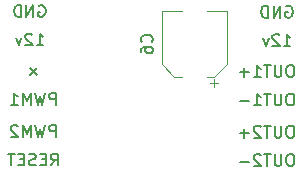
<source format=gbr>
%TF.GenerationSoftware,KiCad,Pcbnew,(6.0.7)*%
%TF.CreationDate,2023-04-08T21:33:57+09:00*%
%TF.ProjectId,motordriver,6d6f746f-7264-4726-9976-65722e6b6963,rev?*%
%TF.SameCoordinates,Original*%
%TF.FileFunction,Legend,Bot*%
%TF.FilePolarity,Positive*%
%FSLAX46Y46*%
G04 Gerber Fmt 4.6, Leading zero omitted, Abs format (unit mm)*
G04 Created by KiCad (PCBNEW (6.0.7)) date 2023-04-08 21:33:57*
%MOMM*%
%LPD*%
G01*
G04 APERTURE LIST*
%ADD10C,0.150000*%
%ADD11C,0.120000*%
G04 APERTURE END LIST*
D10*
X154612004Y-92058200D02*
X154707242Y-92010580D01*
X154850100Y-92010580D01*
X154992957Y-92058200D01*
X155088195Y-92153438D01*
X155135814Y-92248676D01*
X155183433Y-92439152D01*
X155183433Y-92582009D01*
X155135814Y-92772485D01*
X155088195Y-92867723D01*
X154992957Y-92962961D01*
X154850100Y-93010580D01*
X154754861Y-93010580D01*
X154612004Y-92962961D01*
X154564385Y-92915342D01*
X154564385Y-92582009D01*
X154754861Y-92582009D01*
X154135814Y-93010580D02*
X154135814Y-92010580D01*
X153564385Y-93010580D01*
X153564385Y-92010580D01*
X153088195Y-93010580D02*
X153088195Y-92010580D01*
X152850100Y-92010580D01*
X152707242Y-92058200D01*
X152612004Y-92153438D01*
X152564385Y-92248676D01*
X152516766Y-92439152D01*
X152516766Y-92582009D01*
X152564385Y-92772485D01*
X152612004Y-92867723D01*
X152707242Y-92962961D01*
X152850100Y-93010580D01*
X153088195Y-93010580D01*
X155081738Y-97039780D02*
X154891261Y-97039780D01*
X154796023Y-97087400D01*
X154700785Y-97182638D01*
X154653166Y-97373114D01*
X154653166Y-97706447D01*
X154700785Y-97896923D01*
X154796023Y-97992161D01*
X154891261Y-98039780D01*
X155081738Y-98039780D01*
X155176976Y-97992161D01*
X155272214Y-97896923D01*
X155319833Y-97706447D01*
X155319833Y-97373114D01*
X155272214Y-97182638D01*
X155176976Y-97087400D01*
X155081738Y-97039780D01*
X154224595Y-97039780D02*
X154224595Y-97849304D01*
X154176976Y-97944542D01*
X154129357Y-97992161D01*
X154034119Y-98039780D01*
X153843642Y-98039780D01*
X153748404Y-97992161D01*
X153700785Y-97944542D01*
X153653166Y-97849304D01*
X153653166Y-97039780D01*
X153319833Y-97039780D02*
X152748404Y-97039780D01*
X153034119Y-98039780D02*
X153034119Y-97039780D01*
X151891261Y-98039780D02*
X152462690Y-98039780D01*
X152176976Y-98039780D02*
X152176976Y-97039780D01*
X152272214Y-97182638D01*
X152367452Y-97277876D01*
X152462690Y-97325495D01*
X151462690Y-97658828D02*
X150700785Y-97658828D01*
X151081738Y-98039780D02*
X151081738Y-97277876D01*
X133491928Y-95372780D02*
X134063357Y-95372780D01*
X133777642Y-95372780D02*
X133777642Y-94372780D01*
X133872880Y-94515638D01*
X133968119Y-94610876D01*
X134063357Y-94658495D01*
X133110976Y-94468019D02*
X133063357Y-94420400D01*
X132968119Y-94372780D01*
X132730023Y-94372780D01*
X132634785Y-94420400D01*
X132587166Y-94468019D01*
X132539547Y-94563257D01*
X132539547Y-94658495D01*
X132587166Y-94801352D01*
X133158595Y-95372780D01*
X132539547Y-95372780D01*
X132206214Y-94706114D02*
X131968119Y-95372780D01*
X131730023Y-94706114D01*
X133682404Y-92007400D02*
X133777642Y-91959780D01*
X133920500Y-91959780D01*
X134063357Y-92007400D01*
X134158595Y-92102638D01*
X134206214Y-92197876D01*
X134253833Y-92388352D01*
X134253833Y-92531209D01*
X134206214Y-92721685D01*
X134158595Y-92816923D01*
X134063357Y-92912161D01*
X133920500Y-92959780D01*
X133825261Y-92959780D01*
X133682404Y-92912161D01*
X133634785Y-92864542D01*
X133634785Y-92531209D01*
X133825261Y-92531209D01*
X133206214Y-92959780D02*
X133206214Y-91959780D01*
X132634785Y-92959780D01*
X132634785Y-91959780D01*
X132158595Y-92959780D02*
X132158595Y-91959780D01*
X131920500Y-91959780D01*
X131777642Y-92007400D01*
X131682404Y-92102638D01*
X131634785Y-92197876D01*
X131587166Y-92388352D01*
X131587166Y-92531209D01*
X131634785Y-92721685D01*
X131682404Y-92816923D01*
X131777642Y-92912161D01*
X131920500Y-92959780D01*
X132158595Y-92959780D01*
X135131652Y-100401980D02*
X135131652Y-99401980D01*
X134750700Y-99401980D01*
X134655461Y-99449600D01*
X134607842Y-99497219D01*
X134560223Y-99592457D01*
X134560223Y-99735314D01*
X134607842Y-99830552D01*
X134655461Y-99878171D01*
X134750700Y-99925790D01*
X135131652Y-99925790D01*
X134226890Y-99401980D02*
X133988795Y-100401980D01*
X133798319Y-99687695D01*
X133607842Y-100401980D01*
X133369747Y-99401980D01*
X132988795Y-100401980D02*
X132988795Y-99401980D01*
X132655461Y-100116266D01*
X132322128Y-99401980D01*
X132322128Y-100401980D01*
X131322128Y-100401980D02*
X131893557Y-100401980D01*
X131607842Y-100401980D02*
X131607842Y-99401980D01*
X131703080Y-99544838D01*
X131798319Y-99640076D01*
X131893557Y-99687695D01*
X154421528Y-95423580D02*
X154992957Y-95423580D01*
X154707242Y-95423580D02*
X154707242Y-94423580D01*
X154802480Y-94566438D01*
X154897719Y-94661676D01*
X154992957Y-94709295D01*
X154040576Y-94518819D02*
X153992957Y-94471200D01*
X153897719Y-94423580D01*
X153659623Y-94423580D01*
X153564385Y-94471200D01*
X153516766Y-94518819D01*
X153469147Y-94614057D01*
X153469147Y-94709295D01*
X153516766Y-94852152D01*
X154088195Y-95423580D01*
X153469147Y-95423580D01*
X153135814Y-94756914D02*
X152897719Y-95423580D01*
X152659623Y-94756914D01*
X155081738Y-99452780D02*
X154891261Y-99452780D01*
X154796023Y-99500400D01*
X154700785Y-99595638D01*
X154653166Y-99786114D01*
X154653166Y-100119447D01*
X154700785Y-100309923D01*
X154796023Y-100405161D01*
X154891261Y-100452780D01*
X155081738Y-100452780D01*
X155176976Y-100405161D01*
X155272214Y-100309923D01*
X155319833Y-100119447D01*
X155319833Y-99786114D01*
X155272214Y-99595638D01*
X155176976Y-99500400D01*
X155081738Y-99452780D01*
X154224595Y-99452780D02*
X154224595Y-100262304D01*
X154176976Y-100357542D01*
X154129357Y-100405161D01*
X154034119Y-100452780D01*
X153843642Y-100452780D01*
X153748404Y-100405161D01*
X153700785Y-100357542D01*
X153653166Y-100262304D01*
X153653166Y-99452780D01*
X153319833Y-99452780D02*
X152748404Y-99452780D01*
X153034119Y-100452780D02*
X153034119Y-99452780D01*
X151891261Y-100452780D02*
X152462690Y-100452780D01*
X152176976Y-100452780D02*
X152176976Y-99452780D01*
X152272214Y-99595638D01*
X152367452Y-99690876D01*
X152462690Y-99738495D01*
X151462690Y-100071828D02*
X150700785Y-100071828D01*
X135131652Y-103119780D02*
X135131652Y-102119780D01*
X134750700Y-102119780D01*
X134655461Y-102167400D01*
X134607842Y-102215019D01*
X134560223Y-102310257D01*
X134560223Y-102453114D01*
X134607842Y-102548352D01*
X134655461Y-102595971D01*
X134750700Y-102643590D01*
X135131652Y-102643590D01*
X134226890Y-102119780D02*
X133988795Y-103119780D01*
X133798319Y-102405495D01*
X133607842Y-103119780D01*
X133369747Y-102119780D01*
X132988795Y-103119780D02*
X132988795Y-102119780D01*
X132655461Y-102834066D01*
X132322128Y-102119780D01*
X132322128Y-103119780D01*
X131893557Y-102215019D02*
X131845938Y-102167400D01*
X131750700Y-102119780D01*
X131512604Y-102119780D01*
X131417366Y-102167400D01*
X131369747Y-102215019D01*
X131322128Y-102310257D01*
X131322128Y-102405495D01*
X131369747Y-102548352D01*
X131941176Y-103119780D01*
X131322128Y-103119780D01*
X155081738Y-104583580D02*
X154891261Y-104583580D01*
X154796023Y-104631200D01*
X154700785Y-104726438D01*
X154653166Y-104916914D01*
X154653166Y-105250247D01*
X154700785Y-105440723D01*
X154796023Y-105535961D01*
X154891261Y-105583580D01*
X155081738Y-105583580D01*
X155176976Y-105535961D01*
X155272214Y-105440723D01*
X155319833Y-105250247D01*
X155319833Y-104916914D01*
X155272214Y-104726438D01*
X155176976Y-104631200D01*
X155081738Y-104583580D01*
X154224595Y-104583580D02*
X154224595Y-105393104D01*
X154176976Y-105488342D01*
X154129357Y-105535961D01*
X154034119Y-105583580D01*
X153843642Y-105583580D01*
X153748404Y-105535961D01*
X153700785Y-105488342D01*
X153653166Y-105393104D01*
X153653166Y-104583580D01*
X153319833Y-104583580D02*
X152748404Y-104583580D01*
X153034119Y-105583580D02*
X153034119Y-104583580D01*
X152462690Y-104678819D02*
X152415071Y-104631200D01*
X152319833Y-104583580D01*
X152081738Y-104583580D01*
X151986500Y-104631200D01*
X151938880Y-104678819D01*
X151891261Y-104774057D01*
X151891261Y-104869295D01*
X151938880Y-105012152D01*
X152510309Y-105583580D01*
X151891261Y-105583580D01*
X151462690Y-105202628D02*
X150700785Y-105202628D01*
X155081738Y-102170580D02*
X154891261Y-102170580D01*
X154796023Y-102218200D01*
X154700785Y-102313438D01*
X154653166Y-102503914D01*
X154653166Y-102837247D01*
X154700785Y-103027723D01*
X154796023Y-103122961D01*
X154891261Y-103170580D01*
X155081738Y-103170580D01*
X155176976Y-103122961D01*
X155272214Y-103027723D01*
X155319833Y-102837247D01*
X155319833Y-102503914D01*
X155272214Y-102313438D01*
X155176976Y-102218200D01*
X155081738Y-102170580D01*
X154224595Y-102170580D02*
X154224595Y-102980104D01*
X154176976Y-103075342D01*
X154129357Y-103122961D01*
X154034119Y-103170580D01*
X153843642Y-103170580D01*
X153748404Y-103122961D01*
X153700785Y-103075342D01*
X153653166Y-102980104D01*
X153653166Y-102170580D01*
X153319833Y-102170580D02*
X152748404Y-102170580D01*
X153034119Y-103170580D02*
X153034119Y-102170580D01*
X152462690Y-102265819D02*
X152415071Y-102218200D01*
X152319833Y-102170580D01*
X152081738Y-102170580D01*
X151986500Y-102218200D01*
X151938880Y-102265819D01*
X151891261Y-102361057D01*
X151891261Y-102456295D01*
X151938880Y-102599152D01*
X152510309Y-103170580D01*
X151891261Y-103170580D01*
X151462690Y-102789628D02*
X150700785Y-102789628D01*
X151081738Y-103170580D02*
X151081738Y-102408676D01*
X133536414Y-97322314D02*
X132964985Y-97893742D01*
X132964985Y-97322314D02*
X133536414Y-97893742D01*
X134703080Y-105532780D02*
X135036414Y-105056590D01*
X135274509Y-105532780D02*
X135274509Y-104532780D01*
X134893557Y-104532780D01*
X134798319Y-104580400D01*
X134750700Y-104628019D01*
X134703080Y-104723257D01*
X134703080Y-104866114D01*
X134750700Y-104961352D01*
X134798319Y-105008971D01*
X134893557Y-105056590D01*
X135274509Y-105056590D01*
X134274509Y-105008971D02*
X133941176Y-105008971D01*
X133798319Y-105532780D02*
X134274509Y-105532780D01*
X134274509Y-104532780D01*
X133798319Y-104532780D01*
X133417366Y-105485161D02*
X133274509Y-105532780D01*
X133036414Y-105532780D01*
X132941176Y-105485161D01*
X132893557Y-105437542D01*
X132845938Y-105342304D01*
X132845938Y-105247066D01*
X132893557Y-105151828D01*
X132941176Y-105104209D01*
X133036414Y-105056590D01*
X133226890Y-105008971D01*
X133322128Y-104961352D01*
X133369747Y-104913733D01*
X133417366Y-104818495D01*
X133417366Y-104723257D01*
X133369747Y-104628019D01*
X133322128Y-104580400D01*
X133226890Y-104532780D01*
X132988795Y-104532780D01*
X132845938Y-104580400D01*
X132417366Y-105008971D02*
X132084033Y-105008971D01*
X131941176Y-105532780D02*
X132417366Y-105532780D01*
X132417366Y-104532780D01*
X131941176Y-104532780D01*
X131655461Y-104532780D02*
X131084033Y-104532780D01*
X131369747Y-105532780D02*
X131369747Y-104532780D01*
%TO.C,C6*%
X143234442Y-95083933D02*
X143282061Y-95036314D01*
X143329680Y-94893457D01*
X143329680Y-94798219D01*
X143282061Y-94655361D01*
X143186823Y-94560123D01*
X143091585Y-94512504D01*
X142901109Y-94464885D01*
X142758252Y-94464885D01*
X142567776Y-94512504D01*
X142472538Y-94560123D01*
X142377300Y-94655361D01*
X142329680Y-94798219D01*
X142329680Y-94893457D01*
X142377300Y-95036314D01*
X142424919Y-95083933D01*
X142329680Y-95941076D02*
X142329680Y-95750600D01*
X142377300Y-95655361D01*
X142424919Y-95607742D01*
X142567776Y-95512504D01*
X142758252Y-95464885D01*
X143139204Y-95464885D01*
X143234442Y-95512504D01*
X143282061Y-95560123D01*
X143329680Y-95655361D01*
X143329680Y-95845838D01*
X143282061Y-95941076D01*
X143234442Y-95988695D01*
X143139204Y-96036314D01*
X142901109Y-96036314D01*
X142805871Y-95988695D01*
X142758252Y-95941076D01*
X142710633Y-95845838D01*
X142710633Y-95655361D01*
X142758252Y-95560123D01*
X142805871Y-95512504D01*
X142901109Y-95464885D01*
D11*
X145144137Y-98010600D02*
X145779700Y-98010600D01*
X148535263Y-98010600D02*
X147899700Y-98010600D01*
X148524700Y-98875600D02*
X148524700Y-98250600D01*
X148837200Y-98563100D02*
X148212200Y-98563100D01*
X144079700Y-96946163D02*
X144079700Y-92490600D01*
X145144137Y-98010600D02*
X144079700Y-96946163D01*
X144079700Y-92490600D02*
X145779700Y-92490600D01*
X149599700Y-92490600D02*
X147899700Y-92490600D01*
X148535263Y-98010600D02*
X149599700Y-96946163D01*
X149599700Y-96946163D02*
X149599700Y-92490600D01*
%TD*%
M02*

</source>
